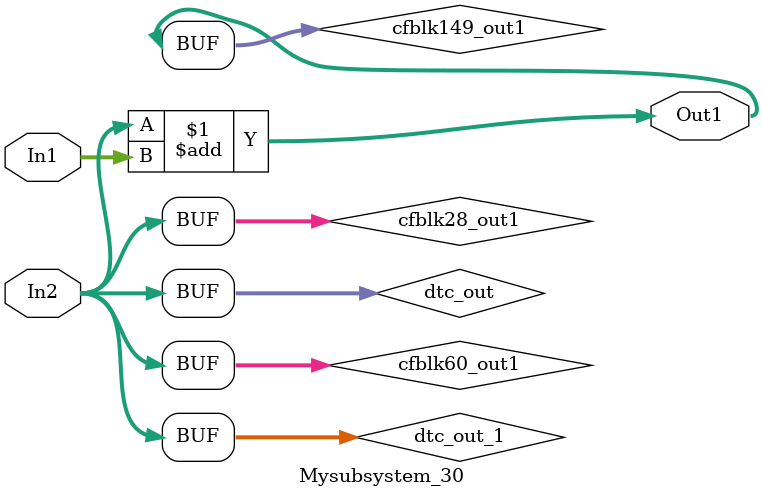
<source format=v>



`timescale 1 ns / 1 ns

module Mysubsystem_30
          (In1,
           In2,
           Out1);


  input   [7:0] In1;  // uint8
  input   [7:0] In2;  // uint8
  output  [7:0] Out1;  // uint8


  wire [7:0] dtc_out;  // ufix8
  wire [7:0] cfblk28_out1;  // uint8
  wire [7:0] dtc_out_1;  // ufix8
  wire [7:0] cfblk60_out1;  // uint8
  wire [7:0] cfblk149_out1;  // uint8


  assign dtc_out = In2;



  assign cfblk28_out1 = dtc_out;



  assign dtc_out_1 = cfblk28_out1;



  assign cfblk60_out1 = dtc_out_1;



  assign cfblk149_out1 = cfblk60_out1 + In1;



  assign Out1 = cfblk149_out1;

endmodule  // Mysubsystem_30


</source>
